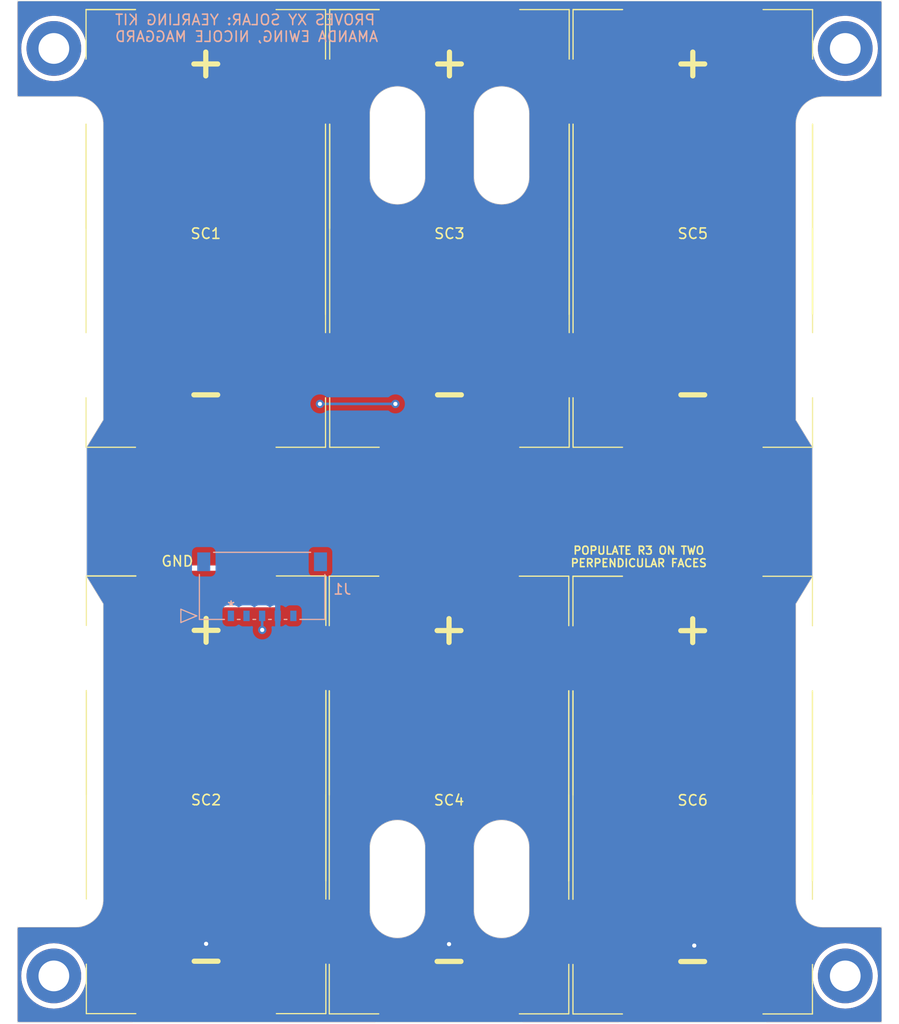
<source format=kicad_pcb>
(kicad_pcb (version 20221018) (generator pcbnew)
  (title_block (title "Yearling Kit XY Faces") (date "2023-03-20") (rev "3.0"))
  (layers (0 "F.Cu" signal) (1 "In1.Cu" signal) (2 "In2.Cu" signal) (31 "B.Cu" signal) (34 "B.Paste" user) (35 "F.Paste" user) (36 "B.SilkS" user "B.Silkscreen") (37 "F.SilkS" user "F.Silkscreen") (38 "B.Mask" user) (39 "F.Mask" user) (44 "Edge.Cuts" user))
  (net 0 "")
  (net 1 "GND")
  (net 2 "+3V3")
  (net 3 "VSOLAR")
  (net 4 "Net-(SC1-Pad2)")
  (net 5 "Net-(SC3-Pad2)")
  (net 6 "Net-(D1-Pad2)")
  (net 7 "Net-(D2-Pad2)")
  (net 8 "SDA")
  (net 9 "SCL")
  (net 16 "Net-(D3-Pad2)")
  (net 17 "Net-(SC5-Pad2)")
  (footprint "SolarPanelBoards:MountingHoles" (layer "F.Cu") (at 106 70.3)
    (fp_text reference "J2" (at 0.54 0.01) (layer "F.SilkS"))
    (fp_text value "Conn_01x01")
    (pad "1" thru_hole circle (at 0.5 0) (size 5.25 5.25) (drill 2.95) (layers "*.Cu" "*.Mask"))
  )
  (footprint "SolarPanelBoards:MountingHoles" (layer "F.Cu") (at 106 159.3)
    (fp_text reference "J3" (at 0.42 0.13) (layer "F.SilkS"))
    (fp_text value "Conn_01x01")
    (pad "1" thru_hole circle (at 0.5 0) (size 5.25 5.25) (drill 2.95) (layers "*.Cu" "*.Mask"))
  )
  (footprint "SolarPanelBoards:MountingHoles" (layer "F.Cu") (at 183 70.3)
    (fp_text reference "J4" (at -0.4 0.08) (layer "F.SilkS"))
    (fp_text value "Conn_01x01")
    (pad "1" thru_hole circle (at -0.5 0) (size 5.25 5.25) (drill 2.95) (layers "*.Cu" "*.Mask"))
  )
  (footprint "SolarPanelBoards:MountingHoles" (layer "F.Cu") (at 183 159.3)
    (fp_text reference "J5" (at -0.62 0.07) (layer "F.SilkS"))
    (fp_text value "Conn_01x01")
    (pad "1" thru_hole circle (at -0.5 0) (size 5.25 5.25) (drill 2.95) (layers "*.Cu" "*.Mask"))
  )
  (footprint "SolarPanelBoards:KXOB101K08F-TR" (layer "F.Cu") (at 167.86 87.57)
    (fp_text reference "SC5" (at 0 0.5) (layer "F.SilkS"))
    (fp_text value "SM101K07TF")
    (fp_text user "+" (at 0 -16) (layer "F.SilkS") (effects (font (size 3 3) (thickness 0.5))))
    (fp_text user "-" (at 0 15.75) (layer "F.SilkS") (effects (font (size 3 3) (thickness 0.5))))
    (fp_line (start -11.5 -21) (end -11.5 -16.25) (stroke (width 0.12)) (layer "F.SilkS"))
    (fp_line (start -11.5 -21) (end -6.75 -21) (stroke (width 0.12)) (layer "F.SilkS"))
    (fp_line (start -11.5 -10) (end -11.5 10) (stroke (width 0.12)) (layer "F.SilkS"))
    (fp_line (start -11.5 0) (end -11.5 -10) (stroke (width 0.12)) (layer "F.SilkS"))
    (fp_line (start -11.5 21) (end -11.5 16.25) (stroke (width 0.12)) (layer "F.SilkS"))
    (fp_line (start -11.5 21) (end -6.75 21) (stroke (width 0.12)) (layer "F.SilkS"))
    (fp_line (start -6.75 -21) (end -11.5 -21) (stroke (width 0.12)) (layer "F.SilkS"))
    (fp_line (start 6.75 -21) (end 11.5 -21) (stroke (width 0.12)) (layer "F.SilkS"))
    (fp_line (start 6.75 21) (end 11.5 21) (stroke (width 0.12)) (layer "F.SilkS"))
    (fp_line (start 11.5 -21) (end 11.5 -16.25) (stroke (width 0.12)) (layer "F.SilkS"))
    (fp_line (start 11.5 -10) (end 11.5 8.25) (stroke (width 0.12)) (layer "F.SilkS"))
    (fp_line (start 11.5 0) (end 11.5 -10) (stroke (width 0.12)) (layer "F.SilkS"))
    (fp_line (start 11.5 0) (end 11.5 10) (stroke (width 0.12)) (layer "F.SilkS"))
    (fp_line (start 11.5 8.25) (end 11.5 0) (stroke (width 0.12)) (layer "F.SilkS"))
    (fp_line (start 11.5 21) (end 11.5 16.25) (stroke (width 0.12)) (layer "F.SilkS"))
    (pad "1" smd rect (at 0 -20) (size 13 3) (layers "F.Cu" "F.Paste" "F.Mask") (net 16 "Net-(D3-Pad2)"))
    (pad "2" smd rect (at 0 20) (size 13 3) (layers "F.Cu" "F.Paste" "F.Mask") (net 17 "Net-(SC5-Pad2)"))
  )
  (footprint "SolarPanelBoards:KXOB101K08F-TR" (layer "F.Cu") (at 144.49 87.57)
    (fp_text reference "SC3" (at 0 0.5) (layer "F.SilkS"))
    (fp_text value "SM101K07TF")
    (fp_text user "-" (at 0 15.75) (layer "F.SilkS") (effects (font (size 3 3) (thickness 0.5))))
    (fp_text user "+" (at 0 -16) (layer "F.SilkS") (effects (font (size 3 3) (thickness 0.5))))
    (fp_line (start -11.5 -21) (end -11.5 -16.25) (stroke (width 0.12)) (layer "F.SilkS"))
    (fp_line (start -11.5 -21) (end -6.75 -21) (stroke (width 0.12)) (layer "F.SilkS"))
    (fp_line (start -11.5 -10) (end -11.5 10) (stroke (width 0.12)) (layer "F.SilkS"))
    (fp_line (start -11.5 0) (end -11.5 -10) (stroke (width 0.12)) (layer "F.SilkS"))
    (fp_line (start -11.5 21) (end -11.5 16.25) (stroke (width 0.12)) (layer "F.SilkS"))
    (fp_line (start -11.5 21) (end -6.75 21) (stroke (width 0.12)) (layer "F.SilkS"))
    (fp_line (start -6.75 -21) (end -11.5 -21) (stroke (width 0.12)) (layer "F.SilkS"))
    (fp_line (start 6.75 -21) (end 11.5 -21) (stroke (width 0.12)) (layer "F.SilkS"))
    (fp_line (start 6.75 21) (end 11.5 21) (stroke (width 0.12)) (layer "F.SilkS"))
    (fp_line (start 11.5 -21) (end 11.5 -16.25) (stroke (width 0.12)) (layer "F.SilkS"))
    (fp_line (start 11.5 -10) (end 11.5 8.25) (stroke (width 0.12)) (layer "F.SilkS"))
    (fp_line (start 11.5 0) (end 11.5 -10) (stroke (width 0.12)) (layer "F.SilkS"))
    (fp_line (start 11.5 0) (end 11.5 10) (stroke (width 0.12)) (layer "F.SilkS"))
    (fp_line (start 11.5 8.25) (end 11.5 0) (stroke (width 0.12)) (layer "F.SilkS"))
    (fp_line (start 11.5 21) (end 11.5 16.25) (stroke (width 0.12)) (layer "F.SilkS"))
    (pad "1" smd rect (at 0 -20) (size 13 3) (layers "F.Cu" "F.Paste" "F.Mask") (net 7 "Net-(D2-Pad2)"))
    (pad "2" smd rect (at 0 20) (size 13 3) (layers "F.Cu" "F.Paste" "F.Mask") (net 5 "Net-(SC3-Pad2)"))
  )
  (footprint "SolarPanelBoards:KXOB101K08F-TR" (layer "F.Cu") (at 144.45 141.94)
    (fp_text reference "SC4" (at 0 0.5) (layer "F.SilkS"))
    (fp_text value "SM101K07TF")
    (fp_text user "-" (at 0 15.75) (layer "F.SilkS") (effects (font (size 3 3) (thickness 0.5))))
    (fp_text user "+" (at 0 -16) (layer "F.SilkS") (effects (font (size 3 3) (thickness 0.5))))
    (fp_line (start -11.5 -21) (end -11.5 -16.25) (stroke (width 0.12)) (layer "F.SilkS"))
    (fp_line (start -11.5 -21) (end -6.75 -21) (stroke (width 0.12)) (layer "F.SilkS"))
    (fp_line (start -11.5 -10) (end -11.5 10) (stroke (width 0.12)) (layer "F.SilkS"))
    (fp_line (start -11.5 0) (end -11.5 -10) (stroke (width 0.12)) (layer "F.SilkS"))
    (fp_line (start -11.5 21) (end -11.5 16.25) (stroke (width 0.12)) (layer "F.SilkS"))
    (fp_line (start -11.5 21) (end -6.75 21) (stroke (width 0.12)) (layer "F.SilkS"))
    (fp_line (start -6.75 -21) (end -11.5 -21) (stroke (width 0.12)) (layer "F.SilkS"))
    (fp_line (start 6.75 -21) (end 11.5 -21) (stroke (width 0.12)) (layer "F.SilkS"))
    (fp_line (start 6.75 21) (end 11.5 21) (stroke (width 0.12)) (layer "F.SilkS"))
    (fp_line (start 11.5 -21) (end 11.5 -16.25) (stroke (width 0.12)) (layer "F.SilkS"))
    (fp_line (start 11.5 -10) (end 11.5 8.25) (stroke (width 0.12)) (layer "F.SilkS"))
    (fp_line (start 11.5 0) (end 11.5 -10) (stroke (width 0.12)) (layer "F.SilkS"))
    (fp_line (start 11.5 0) (end 11.5 10) (stroke (width 0.12)) (layer "F.SilkS"))
    (fp_line (start 11.5 8.25) (end 11.5 0) (stroke (width 0.12)) (layer "F.SilkS"))
    (fp_line (start 11.5 21) (end 11.5 16.25) (stroke (width 0.12)) (layer "F.SilkS"))
    (pad "1" smd rect (at 0 -20) (size 13 3) (layers "F.Cu" "F.Paste" "F.Mask") (net 5 "Net-(SC3-Pad2)"))
    (pad "2" smd rect (at 0 20) (size 13 3) (layers "F.Cu" "F.Paste" "F.Mask") (net 1 "GND"))
  )
  (footprint "SolarPanelBoards:KXOB101K08F-TR" (layer "F.Cu") (at 121.12 141.92)
    (fp_text reference "SC2" (at 0 0.5) (layer "F.SilkS"))
    (fp_text value "SM101K07TF")
    (fp_text user "+" (at 0 -16) (layer "F.SilkS") (effects (font (size 3 3) (thickness 0.5))))
    (fp_text user "-" (at 0 15.75) (layer "F.SilkS") (effects (font (size 3 3) (thickness 0.5))))
    (fp_line (start -11.5 -21) (end -11.5 -16.25) (stroke (width 0.12)) (layer "F.SilkS"))
    (fp_line (start -11.5 -21) (end -6.75 -21) (stroke (width 0.12)) (layer "F.SilkS"))
    (fp_line (start -11.5 -10) (end -11.5 10) (stroke (width 0.12)) (layer "F.SilkS"))
    (fp_line (start -11.5 0) (end -11.5 -10) (stroke (width 0.12)) (layer "F.SilkS"))
    (fp_line (start -11.5 21) (end -11.5 16.25) (stroke (width 0.12)) (layer "F.SilkS"))
    (fp_line (start -11.5 21) (end -6.75 21) (stroke (width 0.12)) (layer "F.SilkS"))
    (fp_line (start -6.75 -21) (end -11.5 -21) (stroke (width 0.12)) (layer "F.SilkS"))
    (fp_line (start 6.75 -21) (end 11.5 -21) (stroke (width 0.12)) (layer "F.SilkS"))
    (fp_line (start 6.75 21) (end 11.5 21) (stroke (width 0.12)) (layer "F.SilkS"))
    (fp_line (start 11.5 -21) (end 11.5 -16.25) (stroke (width 0.12)) (layer "F.SilkS"))
    (fp_line (start 11.5 -10) (end 11.5 8.25) (stroke (width 0.12)) (layer "F.SilkS"))
    (fp_line (start 11.5 0) (end 11.5 -10) (stroke (width 0.12)) (layer "F.SilkS"))
    (fp_line (start 11.5 0) (end 11.5 10) (stroke (width 0.12)) (layer "F.SilkS"))
    (fp_line (start 11.5 8.25) (end 11.5 0) (stroke (width 0.12)) (layer "F.SilkS"))
    (fp_line (start 11.5 21) (end 11.5 16.25) (stroke (width 0.12)) (layer "F.SilkS"))
    (pad "1" smd rect (at 0 -20) (size 13 3) (layers "F.Cu" "F.Paste" "F.Mask") (net 4 "Net-(SC1-Pad2)"))
    (pad "2" smd rect (at 0 20) (size 13 3) (layers "F.Cu" "F.Paste" "F.Mask") (net 1 "GND"))
  )
  (footprint "SolarPanelBoards:KXOB101K08F-TR" (layer "F.Cu") (at 167.85 141.95)
    (fp_text reference "SC6" (at 0 0.5) (layer "F.SilkS"))
    (fp_text value "SM101K07TF")
    (fp_text user "-" (at 0 15.75) (layer "F.SilkS") (effects (font (size 3 3) (thickness 0.5))))
    (fp_text user "+" (at 0 -16) (layer "F.SilkS") (effects (font (size 3 3) (thickness 0.5))))
    (fp_line (start -11.5 -21) (end -11.5 -16.25) (stroke (width 0.12)) (layer "F.SilkS"))
    (fp_line (start -11.5 -21) (end -6.75 -21) (stroke (width 0.12)) (layer "F.SilkS"))
    (fp_line (start -11.5 -10) (end -11.5 10) (stroke (width 0.12)) (layer "F.SilkS"))
    (fp_line (start -11.5 0) (end -11.5 -10) (stroke (width 0.12)) (layer "F.SilkS"))
    (fp_line (start -11.5 21) (end -11.5 16.25) (stroke (width 0.12)) (layer "F.SilkS"))
    (fp_line (start -11.5 21) (end -6.75 21) (stroke (width 0.12)) (layer "F.SilkS"))
    (fp_line (start -6.75 -21) (end -11.5 -21) (stroke (width 0.12)) (layer "F.SilkS"))
    (fp_line (start 6.75 -21) (end 11.5 -21) (stroke (width 0.12)) (layer "F.SilkS"))
    (fp_line (start 6.75 21) (end 11.5 21) (stroke (width 0.12)) (layer "F.SilkS"))
    (fp_line (start 11.5 -21) (end 11.5 -16.25) (stroke (width 0.12)) (layer "F.SilkS"))
    (fp_line (start 11.5 -10) (end 11.5 8.25) (stroke (width 0.12)) (layer "F.SilkS"))
    (fp_line (start 11.5 0) (end 11.5 -10) (stroke (width 0.12)) (layer "F.SilkS"))
    (fp_line (start 11.5 0) (end 11.5 10) (stroke (width 0.12)) (layer "F.SilkS"))
    (fp_line (start 11.5 8.25) (end 11.5 0) (stroke (width 0.12)) (layer "F.SilkS"))
    (fp_line (start 11.5 21) (end 11.5 16.25) (stroke (width 0.12)) (layer "F.SilkS"))
    (pad "1" smd rect (at 0 -20) (size 13 3) (layers "F.Cu" "F.Paste" "F.Mask") (net 17 "Net-(SC5-Pad2)"))
    (pad "2" smd rect (at 0 20) (size 13 3) (layers "F.Cu" "F.Paste" "F.Mask") (net 1 "GND"))
  )
  (footprint "SolarPanelBoards:KXOB101K08F-TR" (layer "F.Cu") (at 121.09 87.57)
    (fp_text reference "SC1" (at 0 0.5) (layer "F.SilkS"))
    (fp_text value "SM101K07TF")
    (fp_text user "+" (at 0 -16) (layer "F.SilkS") (effects (font (size 3 3) (thickness 0.5))))
    (fp_text user "-" (at 0 15.75) (layer "F.SilkS") (effects (font (size 3 3) (thickness 0.5))))
    (fp_line (start -11.5 -21) (end -11.5 -16.25) (stroke (width 0.12)) (layer "F.SilkS"))
    (fp_line (start -11.5 -21) (end -6.75 -21) (stroke (width 0.12)) (layer "F.SilkS"))
    (fp_line (start -11.5 -10) (end -11.5 10) (stroke (width 0.12)) (layer "F.SilkS"))
    (fp_line (start -11.5 0) (end -11.5 -10) (stroke (width 0.12)) (layer "F.SilkS"))
    (fp_line (start -11.5 21) (end -11.5 16.25) (stroke (width 0.12)) (layer "F.SilkS"))
    (fp_line (start -11.5 21) (end -6.75 21) (stroke (width 0.12)) (layer "F.SilkS"))
    (fp_line (start -6.75 -21) (end -11.5 -21) (stroke (width 0.12)) (layer "F.SilkS"))
    (fp_line (start 6.75 -21) (end 11.5 -21) (stroke (width 0.12)) (layer "F.SilkS"))
    (fp_line (start 6.75 21) (end 11.5 21) (stroke (width 0.12)) (layer "F.SilkS"))
    (fp_line (start 11.5 -21) (end 11.5 -16.25) (stroke (width 0.12)) (layer "F.SilkS"))
    (fp_line (start 11.5 -10) (end 11.5 8.25) (stroke (width 0.12)) (layer "F.SilkS"))
    (fp_line (start 11.5 0) (end 11.5 -10) (stroke (width 0.12)) (layer "F.SilkS"))
    (fp_line (start 11.5 0) (end 11.5 10) (stroke (width 0.12)) (layer "F.SilkS"))
    (fp_line (start 11.5 8.25) (end 11.5 0) (stroke (width 0.12)) (layer "F.SilkS"))
    (fp_line (start 11.5 21) (end 11.5 16.25) (stroke (width 0.12)) (layer "F.SilkS"))
    (pad "1" smd rect (at 0 -20) (size 13 3) (layers "F.Cu" "F.Paste" "F.Mask") (net 6 "Net-(D1-Pad2)"))
    (pad "2" smd rect (at 0 20) (size 13 3) (layers "F.Cu" "F.Paste" "F.Mask") (net 4 "Net-(SC1-Pad2)"))
  )
  (footprint "SolarPanelBoards:CON_5040500591" (layer "B.Cu") (at 123.5 124.75 180)
    (fp_text reference "J1" (at -10.7 2.55) (layer "B.SilkS") (effects (justify mirror)))
    (fp_text value "CON-5040500591" hide)
    (fp_text user "*" (at -0.02 0.88) (layer "B.SilkS") (effects (justify mirror)))
    (fp_line (start -9.024989 -0.34) (end -6.620041 -0.34) (stroke (width 0.12)) (layer "B.SilkS"))
    (fp_line (start -9.024989 3.96996) (end -9.024989 -0.34) (stroke (width 0.12)) (layer "B.SilkS"))
    (fp_line (start -5.379961 -0.34) (end -5.120041 -0.34) (stroke (width 0.12)) (layer "B.SilkS"))
    (fp_line (start -3.879961 -0.34) (end -3.620039 -0.34) (stroke (width 0.12)) (layer "B.SilkS"))
    (fp_line (start -2.379959 -0.34) (end -2.12004 -0.34) (stroke (width 0.12)) (layer "B.SilkS"))
    (fp_line (start -0.87996 -0.34) (end -0.62004 -0.34) (stroke (width 0.12)) (layer "B.SilkS"))
    (fp_line (start 0.62004 -0.34) (end 3.024988 -0.34) (stroke (width 0.12)) (layer "B.SilkS"))
    (fp_line (start 1.660115 6.1) (end -7.660116 6.1) (stroke (width 0.12)) (layer "B.SilkS"))
    (fp_line (start 3.024988 -0.34) (end 3.024988 3.96996) (stroke (width 0.12)) (layer "B.SilkS"))
    (fp_line (start 3.278987 0) (end 4.802987 0.635) (stroke (width 0.12)) (layer "B.SilkS"))
    (fp_line (start 4.802987 -0.635) (end 3.278987 0) (stroke (width 0.12)) (layer "B.SilkS"))
    (fp_line (start 4.802987 0.635) (end 4.802987 -0.635) (stroke (width 0.12)) (layer "B.SilkS"))
    (pad "1" smd rect (at 0 0 180) (size 0.6 1) (layers "B.Cu" "B.Paste" "B.Mask") (net 8 "SDA"))
    (pad "2" smd rect (at -1.5 0 180) (size 0.6 1) (layers "B.Cu" "B.Paste" "B.Mask") (net 9 "SCL"))
    (pad "3" smd rect (at -2.999999 0 180) (size 0.6 1) (layers "B.Cu" "B.Paste" "B.Mask") (net 2 "+3V3"))
    (pad "4" smd rect (at -4.500001 0 180) (size 0.6 1) (layers "B.Cu" "B.Paste" "B.Mask") (net 1 "GND"))
    (pad "5" smd rect (at -6.000001 0 180) (size 0.6 1) (layers "B.Cu" "B.Paste" "B.Mask") (net 3 "VSOLAR"))
    (pad "6" smd rect (at 2.604999 5.19 180) (size 1.25 1.8) (layers "B.Cu" "B.Paste" "B.Mask"))
    (pad "7" smd rect (at -8.604999 5.19 180) (size 1.25 1.8) (layers "B.Cu" "B.Paste" "B.Mask"))
  )
  (gr_line (start 136.85 153) (end 136.85 147) (stroke (width 0.05)) (layer "Edge.Cuts"))
  (gr_line (start 142.15 153) (end 142.15 147) (stroke (width 0.05)) (layer "Edge.Cuts"))
  (gr_line (start 146.85 147) (end 146.85 153) (stroke (width 0.05)) (layer "Edge.Cuts"))
  (gr_line (start 152.15 153) (end 152.15 147) (stroke (width 0.05)) (layer "Edge.Cuts"))
  (gr_line (start 142.15 76.6) (end 142.15 82.6) (stroke (width 0.05)) (layer "Edge.Cuts"))
  (gr_line (start 136.85 76.6) (end 136.85 82.6) (stroke (width 0.05)) (layer "Edge.Cuts"))
  (gr_line (start 146.85 76.6) (end 146.85 82.6) (stroke (width 0.05)) (layer "Edge.Cuts"))
  (gr_line (start 152.15 76.6) (end 152.15 82.6) (stroke (width 0.05)) (layer "Edge.Cuts"))
  (gr_line (start 186 65.75) (end 103 65.75) (stroke (width 0.05)) (layer "Edge.Cuts"))
  (gr_line (start 108.58 74.92) (end 103 74.92) (stroke (width 0.05)) (layer "Edge.Cuts"))
  (gr_arc (start 108.58 74.92) (mid 110.461789 75.69114) (end 111.24 77.57) (stroke (width 0.05)) (layer "Edge.Cuts"))
  (gr_line (start 103 65.75) (end 103 74.92) (stroke (width 0.05)) (layer "Edge.Cuts"))
  (gr_line (start 103 154.62) (end 103 163.75) (stroke (width 0.05)) (layer "Edge.Cuts"))
  (gr_arc (start 142.15 82.6) (mid 139.5 85.25) (end 136.85 82.6) (stroke (width 0.05)) (layer "Edge.Cuts"))
  (gr_line (start 186 74.925) (end 180.42 74.925) (stroke (width 0.05)) (layer "Edge.Cuts"))
  (gr_arc (start 146.85 76.6) (mid 149.5 73.95) (end 152.15 76.6) (stroke (width 0.05)) (layer "Edge.Cuts"))
  (gr_line (start 186 74.925) (end 186 65.75) (stroke (width 0.05)) (layer "Edge.Cuts"))
  (gr_arc (start 136.85 76.6) (mid 139.5 73.95) (end 142.15 76.6) (stroke (width 0.05)) (layer "Edge.Cuts"))
  (gr_line (start 111.24 123.595) (end 111.24 151.97) (stroke (width 0.05)) (layer "Edge.Cuts"))
  (gr_line (start 109.65 108.545) (end 109.65 120.995) (stroke (width 0.05)) (layer "Edge.Cuts"))
  (gr_line (start 109.65 120.995) (end 111.24 123.595) (stroke (width 0.05)) (layer "Edge.Cuts"))
  (gr_line (start 103 163.75) (end 186 163.75) (stroke (width 0.05)) (layer "Edge.Cuts"))
  (gr_arc (start 136.85 147) (mid 139.5 144.35) (end 142.15 147) (stroke (width 0.05)) (layer "Edge.Cuts"))
  (gr_line (start 186 163.75) (end 186 154.625) (stroke (width 0.05)) (layer "Edge.Cuts"))
  (gr_arc (start 142.15 153) (mid 139.5 155.65) (end 136.85 153) (stroke (width 0.05)) (layer "Edge.Cuts"))
  (gr_arc (start 177.76 77.575) (mid 178.538203 75.696102) (end 180.42 74.925) (stroke (width 0.05)) (layer "Edge.Cuts"))
  (gr_line (start 109.65 108.545) (end 111.24 105.945) (stroke (width 0.05)) (layer "Edge.Cuts"))
  (gr_line (start 177.76 105.95) (end 179.35 108.55) (stroke (width 0.05)) (layer "Edge.Cuts"))
  (gr_line (start 177.76 77.575) (end 177.76 105.95) (stroke (width 0.05)) (layer "Edge.Cuts"))
  (gr_arc (start 146.85 147) (mid 149.5 144.35) (end 152.15 147) (stroke (width 0.05)) (layer "Edge.Cuts"))
  (gr_arc (start 111.24 151.97) (mid 110.461768 153.848869) (end 108.58 154.62) (stroke (width 0.05)) (layer "Edge.Cuts"))
  (gr_line (start 179.35 108.55) (end 179.35 121) (stroke (width 0.05)) (layer "Edge.Cuts"))
  (gr_arc (start 152.15 153) (mid 149.5 155.65) (end 146.85 153) (stroke (width 0.05)) (layer "Edge.Cuts"))
  (gr_line (start 111.24 77.57) (end 111.24 105.945) (stroke (width 0.05)) (layer "Edge.Cuts"))
  (gr_arc (start 180.42 154.625) (mid 178.538276 153.853824) (end 177.76 151.975) (stroke (width 0.05)) (layer "Edge.Cuts"))
  (gr_line (start 103 154.62) (end 108.58 154.62) (stroke (width 0.05)) (layer "Edge.Cuts"))
  (gr_arc (start 152.15 82.6) (mid 149.5 85.25) (end 146.85 82.6) (stroke (width 0.05)) (layer "Edge.Cuts"))
  (gr_line (start 177.76 123.6) (end 177.76 151.975) (stroke (width 0.05)) (layer "Edge.Cuts"))
  (gr_line (start 177.76 123.6) (end 179.35 121) (stroke (width 0.05)) (layer "Edge.Cuts"))
  (gr_line (start 180.42 154.625) (end 186 154.625) (stroke (width 0.05)) (layer "Edge.Cuts"))
  (gr_text "PROVES XY SOLAR: YEARLING KIT\nAMANDA EWING, NICOLE MAGGARD" (at 112.29 68.36) (layer "B.SilkS") (effects (font (size 1 1)) (justify right mirror)))
  (gr_text "GND" (at 118.36 119.51) (layer "F.SilkS") (effects (font (size 1 1))))
  (gr_text "POPULATE R3 ON TWO\nPERPENDICULAR FACES" (at 162.67 119.08) (layer "F.SilkS") (effects (font (size 0.75 0.75))))
  (segment (start 144.45 161.94) (end 144.45 156.25) (width 0.5) (layer "F.Cu") (net 1))
  (segment (start 168 161.97) (end 168 156.39) (width 0.5) (layer "F.Cu") (net 1))
  (segment (start 121.12 161.92) (end 121.12 156.22) (width 0.5) (layer "F.Cu") (net 1))
  (via (at 168 156.39) (size 0.8) (drill 0.4) (layers "F.Cu" "B.Cu") (net 1))
  (via (at 144.45 156.25) (size 0.8) (drill 0.4) (layers "F.Cu" "B.Cu") (net 1))
  (via (at 121.12 156.22) (size 0.8) (drill 0.4) (layers "F.Cu" "B.Cu") (net 1))
  (via (at 139.3 104.41) (size 0.8) (drill 0.4) (layers "F.Cu" "B.Cu") (net 2))
  (via (at 126.51 126.1) (size 0.8) (drill 0.4) (layers "F.Cu" "B.Cu") (net 2))
  (via (at 132.05 104.41) (size 0.8) (drill 0.4) (layers "F.Cu" "B.Cu") (net 2))
  (segment (start 139.3 104.41) (end 132.05 104.41) (width 0.25) (layer "B.Cu") (net 2))
  (segment (start 126.499999 126.089999) (end 126.51 126.1) (width 0.25) (layer "B.Cu") (net 2))
  (segment (start 126.499999 124.75) (end 126.499999 126.089999) (width 0.25) (layer "B.Cu") (net 2))
  (segment (start 115.98 107.57) (end 121.09 107.57) (width 0.5) (layer "F.Cu") (net 4))
  (segment (start 121.12 121.92) (end 116.03 121.92) (width 0.5) (layer "F.Cu") (net 4))
  (segment (start 144.49 121.9) (end 144.45 121.94) (width 0.5) (layer "F.Cu") (net 5))
  (segment (start 167.86 121.83) (end 168 121.97) (width 0.5) (layer "F.Cu") (net 17))
  (zone (net 2) (net_name "+3V3") (layer "F.Cu") (connect_pads (clearance 0.508)) (min_thickness 0.254) (fill yes (thermal_gap 0.508) (thermal_bridge_width 0.508))
    (polygon (pts (xy 185.99 163.75) (xy 103 163.75) (xy 103 65.77) (xy 185.98 65.76)))
  )
  (zone (net 1) (net_name "GND") (layer "B.Cu") (connect_pads (clearance 0.508)) (min_thickness 0.254) (fill yes (thermal_gap 0.508) (thermal_bridge_width 0.508))
    (polygon (pts (xy 186 163.75) (xy 103 163.75) (xy 103 65.76) (xy 186 65.76)))
  )
)
</source>
